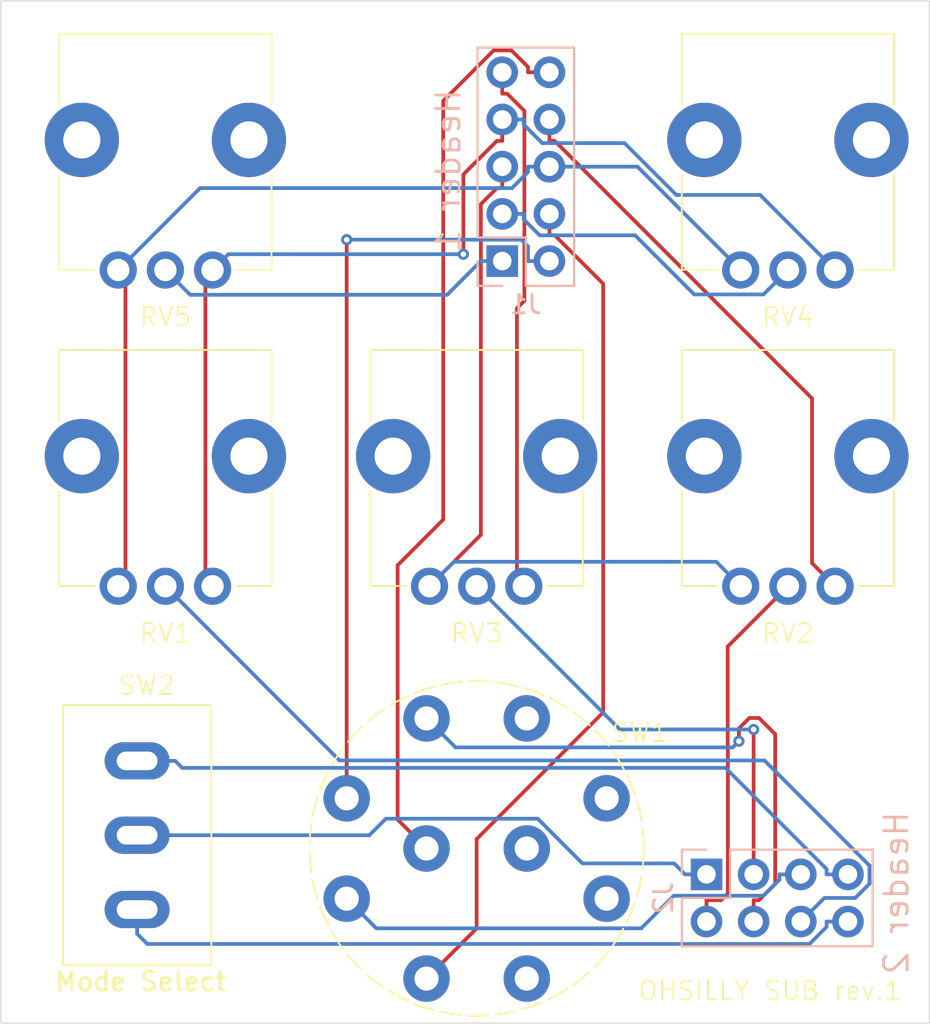
<source format=kicad_pcb>
(kicad_pcb (version 20241229) (generator "pcbnew") (generator_version "9.0")
  (layers (0 "F.Cu" signal) (2 "B.Cu" signal) (13 "F.Paste" user) (15 "B.Paste" user) (5 "F.SilkS" user "F.Silkscreen") (7 "B.SilkS" user "B.Silkscreen") (1 "F.Mask" user) (3 "B.Mask" user) (25 "Edge.Cuts" user))
  (net 0 "")
  (net 1 "+12V")
  (net 2 "-12V")
  (net 3 "GND")
  (net 4 "Soft Sync")
  (net 5 "Sync COM")
  (net 6 "PWM Offset")
  (net 7 "Hard Sync +")
  (net 8 "Hard Sync -")
  (net 9 "Hard Sync")
  (net 10 "FM CV Levelled")
  (net 11 "Mode LFO")
  (net 12 "PWM CV Hot")
  (net 13 "PWM CV Levelled")
  (net 14 "Mode VCO")
  (net 15 "FM CV Hot")
  (net 16 "Mode COM")
  (net 17 "Coarse Tuning")
  (net 18 "Fine Tuning")
  (footprint "cynthia:pot" (layer "F.Cu") (at 55.8212 25.7923)
    (property "Reference" "RV4" (at 0 9.525 0) (layer "F.SilkS") (effects (font (thickness 0.1))))
    (property "Value" "100k")
    (fp_line (start -5.715 -5.715) (end 5.715 -5.715) (stroke (width 0.1)) (layer "F.SilkS"))
    (fp_line (start -5.715 -1.905) (end -5.715 -5.715) (stroke (width 0.1)) (layer "F.SilkS"))
    (fp_line (start -5.715 6.985) (end -5.715 1.905) (stroke (width 0.1)) (layer "F.SilkS"))
    (fp_line (start -3.81 6.985) (end -5.715 6.985) (stroke (width 0.1)) (layer "F.SilkS"))
    (fp_line (start 5.715 -5.715) (end 5.715 -1.905) (stroke (width 0.1)) (layer "F.SilkS"))
    (fp_line (start 5.715 1.905) (end 5.715 6.985) (stroke (width 0.1)) (layer "F.SilkS"))
    (fp_line (start 5.715 6.985) (end 3.81 6.985) (stroke (width 0.1)) (layer "F.SilkS"))
    (pad "" np_thru_hole circle (at -4.5 0) (size 4 4) (drill 2) (layers "*.Cu" "*.Mask"))
    (pad "" np_thru_hole circle (at 4.5 0) (size 4 4) (drill 2) (layers "*.Cu" "*.Mask"))
    (pad "1" thru_hole circle (at -2.54 7) (size 2 2) (drill 1.2) (layers "*.Cu" "*.Mask") (net 2 "-12V"))
    (pad "2" thru_hole circle (at 0 7) (size 2 2) (drill 1.2) (layers "*.Cu" "*.Mask") (net 18 "Fine Tuning"))
    (pad "3" thru_hole circle (at 2.54 7) (size 2 2) (drill 1.2) (layers "*.Cu" "*.Mask") (net 1 "+12V"))
  )
  (footprint "cynthia:mini rotary switch" (layer "F.Cu") (at 39.0572 63.9223)
    (property "Reference" "SW1" (at 8.796 -6.238 0) (layer "F.SilkS") (effects (font (thickness 0.1))))
    (property "Value" "~")
    (property "Description" "" (at 12.352 -4.714 0) (layer "F.SilkS"))
    (fp_circle (center 0 0) (end 9 0) (stroke (width 0.1) (type dash)) (fill no) (layer "F.SilkS"))
    (pad "1" thru_hole circle (at -2.7 7 135) (size 2.5 2.5) (drill 1.3) (layers "*.Cu" "*.Mask") (net 7 "Hard Sync +"))
    (pad "2" thru_hole circle (at -7 2.7 135) (size 2.5 2.5) (drill 1.3) (layers "*.Cu" "*.Mask") (net 9 "Hard Sync"))
    (pad "3" thru_hole circle (at -7 -2.7 135) (size 2.5 2.5) (drill 1.3) (layers "*.Cu" "*.Mask") (net 8 "Hard Sync -"))
    (pad "4" thru_hole circle (at -2.7 -7 135) (size 2.5 2.5) (drill 1.3) (layers "*.Cu" "*.Mask") (net 4 "Soft Sync"))
    (pad "5" thru_hole circle (at 2.7 -7 135) (size 2.5 2.5) (drill 1.3) (layers "*.Cu" "*.Mask"))
    (pad "6" thru_hole circle (at 7 -2.7 135) (size 2.5 2.5) (drill 1.3) (layers "*.Cu" "*.Mask"))
    (pad "7" thru_hole circle (at 7 2.7 135) (size 2.5 2.5) (drill 1.3) (layers "*.Cu" "*.Mask"))
    (pad "8" thru_hole circle (at 2.7 7 135) (size 2.5 2.5) (drill 1.3) (layers "*.Cu" "*.Mask"))
    (pad "9" thru_hole circle (at -2.7 0 135) (size 2.5 2.5) (drill 1.3) (layers "*.Cu" "*.Mask") (net 5 "Sync COM"))
    (pad "10" thru_hole circle (at 2.7 0 135) (size 2.5 2.5) (drill 1.3) (layers "*.Cu" "*.Mask"))
  )
  (footprint "cynthia:pot" (layer "F.Cu") (at 22.2932 42.8103)
    (property "Reference" "RV1" (at 0 9.525 0) (layer "F.SilkS") (effects (font (thickness 0.1))))
    (property "Value" "250k")
    (fp_line (start -5.715 -5.715) (end 5.715 -5.715) (stroke (width 0.1)) (layer "F.SilkS"))
    (fp_line (start -5.715 -1.905) (end -5.715 -5.715) (stroke (width 0.1)) (layer "F.SilkS"))
    (fp_line (start -5.715 6.985) (end -5.715 1.905) (stroke (width 0.1)) (layer "F.SilkS"))
    (fp_line (start -3.81 6.985) (end -5.715 6.985) (stroke (width 0.1)) (layer "F.SilkS"))
    (fp_line (start 5.715 -5.715) (end 5.715 -1.905) (stroke (width 0.1)) (layer "F.SilkS"))
    (fp_line (start 5.715 1.905) (end 5.715 6.985) (stroke (width 0.1)) (layer "F.SilkS"))
    (fp_line (start 5.715 6.985) (end 3.81 6.985) (stroke (width 0.1)) (layer "F.SilkS"))
    (pad "" np_thru_hole circle (at -4.5 0) (size 4 4) (drill 2) (layers "*.Cu" "*.Mask"))
    (pad "" np_thru_hole circle (at 4.5 0) (size 4 4) (drill 2) (layers "*.Cu" "*.Mask"))
    (pad "1" thru_hole circle (at -2.54 7) (size 2 2) (drill 1.2) (layers "*.Cu" "*.Mask") (net 2 "-12V"))
    (pad "2" thru_hole circle (at 0 7) (size 2 2) (drill 1.2) (layers "*.Cu" "*.Mask") (net 6 "PWM Offset"))
    (pad "3" thru_hole circle (at 2.54 7) (size 2 2) (drill 1.2) (layers "*.Cu" "*.Mask") (net 1 "+12V"))
  )
  (footprint "cynthia:mini switch" (layer "F.Cu") (at 20.7692 63.2083 90)
    (property "Reference" "SW2" (at 8.064 0.508 0) (layer "F.SilkS") (effects (font (thickness 0.1))))
    (property "Value" "SW_SPDT")
    (property "Description" "Mode Select" (at -7.874 0.188 0) (layer "F.SilkS"))
    (fp_rect (start -7 -4) (end 7 4) (stroke (width 0.1)) (fill no) (layer "F.SilkS"))
    (pad "1" thru_hole oval (at -4 0 180) (size 3.5 2) (drill oval 2.2 1) (layers "*.Cu" "*.Mask") (net 11 "Mode LFO"))
    (pad "2" thru_hole oval (at 0 0 180) (size 3.5 2) (drill oval 2.2 1) (layers "*.Cu" "*.Mask") (net 16 "Mode COM"))
    (pad "3" thru_hole oval (at 4 0 180) (size 3.5 2) (drill oval 2.2 1) (layers "*.Cu" "*.Mask") (net 14 "Mode VCO"))
  )
  (footprint "cynthia:pot" (layer "F.Cu") (at 55.8212 42.8103)
    (property "Reference" "RV2" (at 0 9.525 0) (layer "F.SilkS") (effects (font (thickness 0.1))))
    (property "Value" "100k")
    (fp_line (start -5.715 -5.715) (end 5.715 -5.715) (stroke (width 0.1)) (layer "F.SilkS"))
    (fp_line (start -5.715 -1.905) (end -5.715 -5.715) (stroke (width 0.1)) (layer "F.SilkS"))
    (fp_line (start -5.715 6.985) (end -5.715 1.905) (stroke (width 0.1)) (layer "F.SilkS"))
    (fp_line (start -3.81 6.985) (end -5.715 6.985) (stroke (width 0.1)) (layer "F.SilkS"))
    (fp_line (start 5.715 -5.715) (end 5.715 -1.905) (stroke (width 0.1)) (layer "F.SilkS"))
    (fp_line (start 5.715 1.905) (end 5.715 6.985) (stroke (width 0.1)) (layer "F.SilkS"))
    (fp_line (start 5.715 6.985) (end 3.81 6.985) (stroke (width 0.1)) (layer "F.SilkS"))
    (pad "" np_thru_hole circle (at -4.5 0) (size 4 4) (drill 2) (layers "*.Cu" "*.Mask"))
    (pad "" np_thru_hole circle (at 4.5 0) (size 4 4) (drill 2) (layers "*.Cu" "*.Mask"))
    (pad "1" thru_hole circle (at -2.54 7) (size 2 2) (drill 1.2) (layers "*.Cu" "*.Mask") (net 3 "GND"))
    (pad "2" thru_hole circle (at 0 7) (size 2 2) (drill 1.2) (layers "*.Cu" "*.Mask") (net 10 "FM CV Levelled"))
    (pad "3" thru_hole circle (at 2.54 7) (size 2 2) (drill 1.2) (layers "*.Cu" "*.Mask") (net 15 "FM CV Hot"))
  )
  (footprint "cynthia:pot" (layer "F.Cu") (at 39.0572 42.8103)
    (property "Reference" "RV3" (at 0 9.525 0) (layer "F.SilkS") (effects (font (thickness 0.1))))
    (property "Value" "100k")
    (fp_line (start -5.715 -5.715) (end 5.715 -5.715) (stroke (width 0.1)) (layer "F.SilkS"))
    (fp_line (start -5.715 -1.905) (end -5.715 -5.715) (stroke (width 0.1)) (layer "F.SilkS"))
    (fp_line (start -5.715 6.985) (end -5.715 1.905) (stroke (width 0.1)) (layer "F.SilkS"))
    (fp_line (start -3.81 6.985) (end -5.715 6.985) (stroke (width 0.1)) (layer "F.SilkS"))
    (fp_line (start 5.715 -5.715) (end 5.715 -1.905) (stroke (width 0.1)) (layer "F.SilkS"))
    (fp_line (start 5.715 1.905) (end 5.715 6.985) (stroke (width 0.1)) (layer "F.SilkS"))
    (fp_line (start 5.715 6.985) (end 3.81 6.985) (stroke (width 0.1)) (layer "F.SilkS"))
    (pad "" np_thru_hole circle (at -4.5 0) (size 4 4) (drill 2) (layers "*.Cu" "*.Mask"))
    (pad "" np_thru_hole circle (at 4.5 0) (size 4 4) (drill 2) (layers "*.Cu" "*.Mask"))
    (pad "1" thru_hole circle (at -2.54 7) (size 2 2) (drill 1.2) (layers "*.Cu" "*.Mask") (net 3 "GND"))
    (pad "2" thru_hole circle (at 0 7) (size 2 2) (drill 1.2) (layers "*.Cu" "*.Mask") (net 13 "PWM CV Levelled"))
    (pad "3" thru_hole circle (at 2.54 7) (size 2 2) (drill 1.2) (layers "*.Cu" "*.Mask") (net 12 "PWM CV Hot"))
  )
  (footprint "cynthia:pot" (layer "F.Cu") (at 22.2932 25.7923)
    (property "Reference" "RV5" (at 0 9.525 0) (layer "F.SilkS") (effects (font (thickness 0.1))))
    (property "Value" "100k")
    (fp_line (start -5.715 -5.715) (end 5.715 -5.715) (stroke (width 0.1)) (layer "F.SilkS"))
    (fp_line (start -5.715 -1.905) (end -5.715 -5.715) (stroke (width 0.1)) (layer "F.SilkS"))
    (fp_line (start -5.715 6.985) (end -5.715 1.905) (stroke (width 0.1)) (layer "F.SilkS"))
    (fp_line (start -3.81 6.985) (end -5.715 6.985) (stroke (width 0.1)) (layer "F.SilkS"))
    (fp_line (start 5.715 -5.715) (end 5.715 -1.905) (stroke (width 0.1)) (layer "F.SilkS"))
    (fp_line (start 5.715 1.905) (end 5.715 6.985) (stroke (width 0.1)) (layer "F.SilkS"))
    (fp_line (start 5.715 6.985) (end 3.81 6.985) (stroke (width 0.1)) (layer "F.SilkS"))
    (pad "" np_thru_hole circle (at -4.5 0) (size 4 4) (drill 2) (layers "*.Cu" "*.Mask"))
    (pad "" np_thru_hole circle (at 4.5 0) (size 4 4) (drill 2) (layers "*.Cu" "*.Mask"))
    (pad "1" thru_hole circle (at -2.54 7) (size 2 2) (drill 1.2) (layers "*.Cu" "*.Mask") (net 2 "-12V"))
    (pad "2" thru_hole circle (at 0 7) (size 2 2) (drill 1.2) (layers "*.Cu" "*.Mask") (net 17 "Coarse Tuning"))
    (pad "3" thru_hole circle (at 2.54 7) (size 2 2) (drill 1.2) (layers "*.Cu" "*.Mask") (net 1 "+12V"))
  )
  (footprint "Connector_PinHeader_2.54mm:PinHeader_2x04_P2.54mm_Vertical" (layer "B.Cu") (at 51.4352 65.3143 -90)
    (property "Reference" "J2" (at 1.27 2.33 90) (layer "B.SilkS") (effects (justify mirror)))
    (property "Value" "Conn_02x04_Odd_Even" (hide yes))
    (property "Description" "Header 2" (at 1.006 -10.228 90) (layer "B.SilkS") (effects (font (size 1.27 1.27)) (justify mirror)))
    (fp_line (start -1.33 1.33) (end 0 1.33) (stroke (width 0.12)) (layer "B.SilkS"))
    (fp_line (start 1.27 1.33) (end 3.87 1.33) (stroke (width 0.12)) (layer "B.SilkS"))
    (fp_line (start 3.87 1.33) (end 3.87 -8.95) (stroke (width 0.12)) (layer "B.SilkS"))
    (fp_line (start -1.33 0) (end -1.33 1.33) (stroke (width 0.12)) (layer "B.SilkS"))
    (fp_line (start -1.33 -1.27) (end 1.27 -1.27) (stroke (width 0.12)) (layer "B.SilkS"))
    (fp_line (start -1.33 -1.27) (end -1.33 -8.95) (stroke (width 0.12)) (layer "B.SilkS"))
    (fp_line (start 1.27 -1.27) (end 1.27 1.33) (stroke (width 0.12)) (layer "B.SilkS"))
    (fp_line (start -1.33 -8.95) (end 3.87 -8.95) (stroke (width 0.12)) (layer "B.SilkS"))
    (pad "1" thru_hole rect (at 0 0 270) (size 1.7 1.7) (drill 1) (layers "*.Cu" "*.Mask") (net 16 "Mode COM"))
    (pad "2" thru_hole oval (at 2.54 0 270) (size 1.7 1.7) (drill 1) (layers "*.Cu" "*.Mask") (net 10 "FM CV Levelled"))
    (pad "3" thru_hole oval (at 0 -2.54 270) (size 1.7 1.7) (drill 1) (layers "*.Cu" "*.Mask") (net 13 "PWM CV Levelled"))
    (pad "4" thru_hole oval (at 2.54 -2.54 270) (size 1.7 1.7) (drill 1) (layers "*.Cu" "*.Mask") (net 4 "Soft Sync"))
    (pad "5" thru_hole oval (at 0 -5.08 270) (size 1.7 1.7) (drill 1) (layers "*.Cu" "*.Mask") (net 9 "Hard Sync"))
    (pad "6" thru_hole oval (at 2.54 -5.08 270) (size 1.7 1.7) (drill 1) (layers "*.Cu" "*.Mask") (net 6 "PWM Offset"))
    (pad "7" thru_hole oval (at 0 -7.62 270) (size 1.7 1.7) (drill 1) (layers "*.Cu" "*.Mask") (net 14 "Mode VCO"))
    (pad "8" thru_hole oval (at 2.54 -7.62 270) (size 1.7 1.7) (drill 1) (layers "*.Cu" "*.Mask") (net 11 "Mode LFO"))
  )
  (footprint "Connector_PinHeader_2.54mm:PinHeader_2x05_P2.54mm_Vertical" (layer "B.Cu") (at 40.4352 32.3143)
    (property "Reference" "J1" (at 1.27 2.33 0) (layer "B.SilkS") (effects (justify mirror)))
    (property "Value" "Conn_02x05_Odd_Even" (hide yes))
    (property "Description" "Header 1" (at -2.902 -4.856 90) (layer "B.SilkS") (effects (font (size 1.27 1.27)) (justify mirror)))
    (fp_line (start -1.33 -11.49) (end 3.87 -11.49) (stroke (width 0.12)) (layer "B.SilkS"))
    (fp_line (start -1.33 -1.27) (end -1.33 -11.49) (stroke (width 0.12)) (layer "B.SilkS"))
    (fp_line (start -1.33 -1.27) (end 1.27 -1.27) (stroke (width 0.12)) (layer "B.SilkS"))
    (fp_line (start -1.33 0) (end -1.33 1.33) (stroke (width 0.12)) (layer "B.SilkS"))
    (fp_line (start -1.33 1.33) (end 0 1.33) (stroke (width 0.12)) (layer "B.SilkS"))
    (fp_line (start 1.27 -1.27) (end 1.27 1.33) (stroke (width 0.12)) (layer "B.SilkS"))
    (fp_line (start 1.27 1.33) (end 3.87 1.33) (stroke (width 0.12)) (layer "B.SilkS"))
    (fp_line (start 3.87 1.33) (end 3.87 -11.49) (stroke (width 0.12)) (layer "B.SilkS"))
    (pad "1" thru_hole rect (at 0 0) (size 1.7 1.7) (drill 1) (layers "*.Cu" "*.Mask") (net 17 "Coarse Tuning"))
    (pad "2" thru_hole oval (at 2.54 0) (size 1.7 1.7) (drill 1) (layers "*.Cu" "*.Mask") (net 8 "Hard Sync -"))
    (pad "3" thru_hole oval (at 0 -2.54) (size 1.7 1.7) (drill 1) (layers "*.Cu" "*.Mask") (net 18 "Fine Tuning"))
    (pad "4" thru_hole oval (at 2.54 -2.54) (size 1.7 1.7) (drill 1) (layers "*.Cu" "*.Mask") (net 7 "Hard Sync +"))
    (pad "5" thru_hole oval (at 0 -5.08) (size 1.7 1.7) (drill 1) (layers "*.Cu" "*.Mask") (net 3 "GND"))
    (pad "6" thru_hole oval (at 2.54 -5.08) (size 1.7 1.7) (drill 1) (layers "*.Cu" "*.Mask") (net 2 "-12V"))
    (pad "7" thru_hole oval (at 0 -7.62) (size 1.7 1.7) (drill 1) (layers "*.Cu" "*.Mask") (net 1 "+12V"))
    (pad "8" thru_hole oval (at 2.54 -7.62) (size 1.7 1.7) (drill 1) (layers "*.Cu" "*.Mask") (net 15 "FM CV Hot"))
    (pad "9" thru_hole oval (at 0 -10.16) (size 1.7 1.7) (drill 1) (layers "*.Cu" "*.Mask") (net 12 "PWM CV Hot"))
    (pad "10" thru_hole oval (at 2.54 -10.16) (size 1.7 1.7) (drill 1) (layers "*.Cu" "*.Mask") (net 5 "Sync COM"))
  )
  (gr_rect (start 13.4352 18.3143) (end 63.4352 73.3143) (stroke (width 0.05)) (fill no) (layer "Edge.Cuts"))
  (gr_text "OHSILLY SUB rev.1" (at 47.6932 72.1623 0) (layer "F.SilkS") (effects (font (size 1 1) (thickness 0.1)) (justify left bottom)))
  (segment (start 24.4458 33.1797) (end 24.4458 49.4229) (width 0.2) (layer "F.Cu") (net 1))
  (segment (start 40.4352 24.6943) (end 40.4352 25.846) (width 0.2) (layer "F.Cu") (net 1))
  (segment (start 24.4458 49.4229) (end 24.8332 49.8103) (width 0.2) (layer "F.Cu") (net 1))
  (segment (start 40.1473 25.846) (end 38.3408 27.6525) (width 0.2) (layer "F.Cu") (net 1))
  (segment (start 38.3408 27.6525) (end 38.3408 31.9429) (width 0.2) (layer "F.Cu") (net 1))
  (segment (start 24.8332 32.7923) (end 24.4458 33.1797) (width 0.2) (layer "F.Cu") (net 1))
  (segment (start 40.4352 25.846) (end 40.1473 25.846) (width 0.2) (layer "F.Cu") (net 1))
  (via (at 38.3408 31.9429) (size 0.6) (drill 0.3) (layers "F.Cu" "B.Cu") (net 1))
  (segment (start 58.3612 32.7923) (end 54.3226 28.7537) (width 0.2) (layer "B.Cu") (net 1))
  (segment (start 42.5884 25.9643) (end 41.5869 24.9628) (width 0.2) (layer "B.Cu") (net 1))
  (segment (start 38.3408 31.9429) (end 25.6826 31.9429) (width 0.2) (layer "B.Cu") (net 1))
  (segment (start 54.3226 28.7537) (end 49.8089 28.7537) (width 0.2) (layer "B.Cu") (net 1))
  (segment (start 47.0195 25.9643) (end 42.5884 25.9643) (width 0.2) (layer "B.Cu") (net 1))
  (segment (start 40.4352 24.6943) (end 41.5869 24.6943) (width 0.2) (layer "B.Cu") (net 1))
  (segment (start 41.5869 24.9628) (end 41.5869 24.6943) (width 0.2) (layer "B.Cu") (net 1))
  (segment (start 49.8089 28.7537) (end 47.0195 25.9643) (width 0.2) (layer "B.Cu") (net 1))
  (segment (start 25.6826 31.9429) (end 24.8332 32.7923) (width 0.2) (layer "B.Cu") (net 1))
  (segment (start 20.1406 33.1797) (end 20.1406 49.4229) (width 0.2) (layer "F.Cu") (net 2))
  (segment (start 20.1406 49.4229) (end 19.7532 49.8103) (width 0.2) (layer "F.Cu") (net 2))
  (segment (start 19.7532 32.7923) (end 20.1406 33.1797) (width 0.2) (layer "F.Cu") (net 2))
  (segment (start 40.9598 28.386) (end 24.1595 28.386) (width 0.2) (layer "B.Cu") (net 2))
  (segment (start 47.7211 27.2343) (end 42.9752 27.2343) (width 0.2) (layer "B.Cu") (net 2))
  (segment (start 41.8235 27.2343) (end 41.8235 27.5223) (width 0.2) (layer "B.Cu") (net 2))
  (segment (start 53.2812 32.7923) (end 53.2791 32.7923) (width 0.2) (layer "B.Cu") (net 2))
  (segment (start 41.8235 27.5223) (end 40.9598 28.386) (width 0.2) (layer "B.Cu") (net 2))
  (segment (start 53.2791 32.7923) (end 47.7211 27.2343) (width 0.2) (layer "B.Cu") (net 2))
  (segment (start 42.9752 27.2343) (end 41.8235 27.2343) (width 0.2) (layer "B.Cu") (net 2))
  (segment (start 24.1595 28.386) (end 19.7532 32.7923) (width 0.2) (layer "B.Cu") (net 2))
  (segment (start 40.1472 28.386) (end 39.2835 29.2497) (width 0.2) (layer "F.Cu") (net 3))
  (segment (start 40.4352 27.2343) (end 40.4352 28.386) (width 0.2) (layer "F.Cu") (net 3))
  (segment (start 40.4352 28.386) (end 40.1472 28.386) (width 0.2) (layer "F.Cu") (net 3))
  (segment (start 39.2835 47.044) (end 36.5172 49.8103) (width 0.2) (layer "F.Cu") (net 3))
  (segment (start 39.2835 29.2497) (end 39.2835 47.044) (width 0.2) (layer "F.Cu") (net 3))
  (segment (start 36.5172 49.8103) (end 37.8323 48.4952) (width 0.2) (layer "B.Cu") (net 3))
  (segment (start 37.8323 48.4952) (end 51.9661 48.4952) (width 0.2) (layer "B.Cu") (net 3))
  (segment (start 51.9661 48.4952) (end 53.2812 49.8103) (width 0.2) (layer "B.Cu") (net 3))
  (segment (start 54.2631 66.7026) (end 55.1358 65.8299) (width 0.2) (layer "F.Cu") (net 4))
  (segment (start 53.9752 66.7026) (end 54.2631 66.7026) (width 0.2) (layer "F.Cu") (net 4))
  (segment (start 55.1358 65.8299) (end 55.1358 57.7715) (width 0.2) (layer "F.Cu") (net 4))
  (segment (start 55.1358 57.7715) (end 54.2643 56.9) (width 0.2) (layer "F.Cu") (net 4))
  (segment (start 53.9752 67.8543) (end 53.9752 66.7026) (width 0.2) (layer "F.Cu") (net 4))
  (segment (start 53.7422 56.9) (end 53.1811 57.4611) (width 0.2) (layer "F.Cu") (net 4))
  (segment (start 54.2643 56.9) (end 53.7422 56.9) (width 0.2) (layer "F.Cu") (net 4))
  (segment (start 53.1811 57.4611) (end 53.1811 58.1488) (width 0.2) (layer "F.Cu") (net 4))
  (via (at 53.1811 58.1488) (size 0.6) (drill 0.3) (layers "F.Cu" "B.Cu") (net 4))
  (segment (start 52.8483 58.4816) (end 37.9165 58.4816) (width 0.2) (layer "B.Cu") (net 4))
  (segment (start 37.9165 58.4816) (end 36.3572 56.9223) (width 0.2) (layer "B.Cu") (net 4))
  (segment (start 53.1811 58.1488) (end 52.8483 58.4816) (width 0.2) (layer "B.Cu") (net 4))
  (segment (start 41.8235 22.1543) (end 41.8235 21.8664) (width 0.2) (layer "F.Cu") (net 5))
  (segment (start 34.8021 48.68) (end 34.8021 62.3672) (width 0.2) (layer "F.Cu") (net 5))
  (segment (start 40.9356 20.9785) (end 39.972 20.9785) (width 0.2) (layer "F.Cu") (net 5))
  (segment (start 37.2553 46.2268) (end 34.8021 48.68) (width 0.2) (layer "F.Cu") (net 5))
  (segment (start 41.8235 21.8664) (end 40.9356 20.9785) (width 0.2) (layer "F.Cu") (net 5))
  (segment (start 42.9752 22.1543) (end 41.8235 22.1543) (width 0.2) (layer "F.Cu") (net 5))
  (segment (start 37.2553 23.6952) (end 37.2553 46.2268) (width 0.2) (layer "F.Cu") (net 5))
  (segment (start 34.8021 62.3672) (end 36.3572 63.9223) (width 0.2) (layer "F.Cu") (net 5))
  (segment (start 39.972 20.9785) (end 37.2553 23.6952) (width 0.2) (layer "F.Cu") (net 5))
  (segment (start 22.2932 49.8103) (end 31.6664 59.1835) (width 0.2) (layer "B.Cu") (net 6))
  (segment (start 31.6664 59.1835) (end 54.5566 59.1835) (width 0.2) (layer "B.Cu") (net 6))
  (segment (start 60.2122 64.8391) (end 60.2122 65.8199) (width 0.2) (layer "B.Cu") (net 6))
  (segment (start 60.2122 65.8199) (end 59.4478 66.5843) (width 0.2) (layer "B.Cu") (net 6))
  (segment (start 57.7852 66.5843) (end 56.5152 67.8543) (width 0.2) (layer "B.Cu") (net 6))
  (segment (start 54.5566 59.1835) (end 60.2122 64.8391) (width 0.2) (layer "B.Cu") (net 6))
  (segment (start 59.4478 66.5843) (end 57.7852 66.5843) (width 0.2) (layer "B.Cu") (net 6))
  (segment (start 39.0573 63.4145) (end 39.0573 68.2222) (width 0.2) (layer "F.Cu") (net 7))
  (segment (start 43.2631 30.926) (end 45.8726 33.5355) (width 0.2) (layer "F.Cu") (net 7))
  (segment (start 45.8726 56.5992) (end 39.0573 63.4145) (width 0.2) (layer "F.Cu") (net 7))
  (segment (start 45.8726 33.5355) (end 45.8726 56.5992) (width 0.2) (layer "F.Cu") (net 7))
  (segment (start 39.0573 68.2222) (end 36.3572 70.9223) (width 0.2) (layer "F.Cu") (net 7))
  (segment (start 42.9752 30.926) (end 43.2631 30.926) (width 0.2) (layer "F.Cu") (net 7))
  (segment (start 42.9752 29.7743) (end 42.9752 30.926) (width 0.2) (layer "F.Cu") (net 7))
  (segment (start 32.0572 61.2223) (end 32.0572 31.1626) (width 0.2) (layer "F.Cu") (net 8))
  (via (at 32.0572 31.1626) (size 0.6) (drill 0.3) (layers "F.Cu" "B.Cu") (net 8))
  (segment (start 41.8235 32.3143) (end 41.8235 31.5225) (width 0.2) (layer "B.Cu") (net 8))
  (segment (start 42.9752 32.3143) (end 41.8235 32.3143) (width 0.2) (layer "B.Cu") (net 8))
  (segment (start 41.4636 31.1626) (end 32.0572 31.1626) (width 0.2) (layer "B.Cu") (net 8))
  (segment (start 41.8235 31.5225) (end 41.4636 31.1626) (width 0.2) (layer "B.Cu") (net 8))
  (segment (start 47.9217 68.2172) (end 33.6521 68.2172) (width 0.2) (layer "B.Cu") (net 9))
  (segment (start 55.3635 65.6023) (end 54.4998 66.466) (width 0.2) (layer "B.Cu") (net 9))
  (segment (start 54.4998 66.466) (end 49.6729 66.466) (width 0.2) (layer "B.Cu") (net 9))
  (segment (start 56.5152 65.3143) (end 55.3635 65.3143) (width 0.2) (layer "B.Cu") (net 9))
  (segment (start 49.6729 66.466) (end 47.9217 68.2172) (width 0.2) (layer "B.Cu") (net 9))
  (segment (start 55.3635 65.3143) (end 55.3635 65.6023) (width 0.2) (layer "B.Cu") (net 9))
  (segment (start 33.6521 68.2172) (end 32.0572 66.6223) (width 0.2) (layer "B.Cu") (net 9))
  (segment (start 52.5794 58.3979) (end 52.5869 58.4054) (width 0.2) (layer "F.Cu") (net 10))
  (segment (start 55.8212 49.8103) (end 52.5794 53.0521) (width 0.2) (layer "F.Cu") (net 10))
  (segment (start 52.227 66.7026) (end 51.4352 66.7026) (width 0.2) (layer "F.Cu") (net 10))
  (segment (start 51.4352 67.8543) (end 51.4352 66.7026) (width 0.2) (layer "F.Cu") (net 10))
  (segment (start 52.5794 53.0521) (end 52.5794 58.3979) (width 0.2) (layer "F.Cu") (net 10))
  (segment (start 52.5869 58.4054) (end 52.5869 66.3427) (width 0.2) (layer "F.Cu") (net 10))
  (segment (start 52.5869 66.3427) (end 52.227 66.7026) (width 0.2) (layer "F.Cu") (net 10))
  (segment (start 57.9035 68.1422) (end 56.9868 69.0589) (width 0.2) (layer "B.Cu") (net 11))
  (segment (start 57.9035 67.8543) (end 57.9035 68.1422) (width 0.2) (layer "B.Cu") (net 11))
  (segment (start 20.7692 67.2083) (end 20.7692 68.51) (width 0.2) (layer "B.Cu") (net 11))
  (segment (start 21.3181 69.0589) (end 20.7692 68.51) (width 0.2) (layer "B.Cu") (net 11))
  (segment (start 59.0552 67.8543) (end 57.9035 67.8543) (width 0.2) (layer "B.Cu") (net 11))
  (segment (start 56.9868 69.0589) (end 21.3181 69.0589) (width 0.2) (layer "B.Cu") (net 11))
  (segment (start 40.4352 22.1543) (end 40.4352 23.306) (width 0.2) (layer "F.Cu") (net 12))
  (segment (start 41.6268 34.4525) (end 41.6268 24.2291) (width 0.2) (layer "F.Cu") (net 12))
  (segment (start 41.2258 49.4389) (end 41.2258 34.8535) (width 0.2) (layer "F.Cu") (net 12))
  (segment (start 41.2258 34.8535) (end 41.6268 34.4525) (width 0.2) (layer "F.Cu") (net 12))
  (segment (start 41.5972 49.8103) (end 41.2258 49.4389) (width 0.2) (layer "F.Cu") (net 12))
  (segment (start 40.7037 23.306) (end 40.4352 23.306) (width 0.2) (layer "F.Cu") (net 12))
  (segment (start 41.6268 24.2291) (end 40.7037 23.306) (width 0.2) (layer "F.Cu") (net 12))
  (segment (start 53.9752 65.3143) (end 53.9752 57.5181) (width 0.2) (layer "F.Cu") (net 13))
  (via (at 53.9752 57.5181) (size 0.6) (drill 0.3) (layers "F.Cu" "B.Cu") (net 13))
  (segment (start 39.0572 49.8103) (end 46.765 57.5181) (width 0.2) (layer "B.Cu") (net 13))
  (segment (start 46.765 57.5181) (end 53.9752 57.5181) (width 0.2) (layer "B.Cu") (net 13))
  (segment (start 22.8209 59.2083) (end 23.1978 59.5852) (width 0.2) (layer "B.Cu") (net 14))
  (segment (start 57.9035 65.0283) (end 57.9035 65.3143) (width 0.2) (layer "B.Cu") (net 14))
  (segment (start 59.0552 65.3143) (end 57.9035 65.3143) (width 0.2) (layer "B.Cu") (net 14))
  (segment (start 20.7692 59.2083) (end 22.8209 59.2083) (width 0.2) (layer "B.Cu") (net 14))
  (segment (start 23.1978 59.5852) (end 52.4604 59.5852) (width 0.2) (layer "B.Cu") (net 14))
  (segment (start 52.4604 59.5852) (end 57.9035 65.0283) (width 0.2) (layer "B.Cu") (net 14))
  (segment (start 42.9752 25.846) (end 43.2631 25.846) (width 0.2) (layer "F.Cu") (net 15))
  (segment (start 42.9752 24.6943) (end 42.9752 25.846) (width 0.2) (layer "F.Cu") (net 15))
  (segment (start 57.1214 39.7043) (end 57.1214 48.5705) (width 0.2) (layer "F.Cu") (net 15))
  (segment (start 57.1214 48.5705) (end 58.3612 49.8103) (width 0.2) (layer "F.Cu") (net 15))
  (segment (start 43.2631 25.846) (end 57.1214 39.7043) (width 0.2) (layer "F.Cu") (net 15))
  (segment (start 49.6952 64.726) (end 44.7554 64.726) (width 0.2) (layer "B.Cu") (net 16))
  (segment (start 34.166 62.3213) (end 33.279 63.2083) (width 0.2) (layer "B.Cu") (net 16))
  (segment (start 50.2835 65.3143) (end 49.6952 64.726) (width 0.2) (layer "B.Cu") (net 16))
  (segment (start 44.7554 64.726) (end 42.3507 62.3213) (width 0.2) (layer "B.Cu") (net 16))
  (segment (start 33.279 63.2083) (end 20.7692 63.2083) (width 0.2) (layer "B.Cu") (net 16))
  (segment (start 42.3507 62.3213) (end 34.166 62.3213) (width 0.2) (layer "B.Cu") (net 16))
  (segment (start 51.4352 65.3143) (end 50.2835 65.3143) (width 0.2) (layer "B.Cu") (net 16))
  (segment (start 23.6285 34.1276) (end 22.2932 32.7923) (width 0.2) (layer "B.Cu") (net 17))
  (segment (start 40.4352 32.3143) (end 39.2835 32.3143) (width 0.2) (layer "B.Cu") (net 17))
  (segment (start 37.4702 34.1276) (end 23.6285 34.1276) (width 0.2) (layer "B.Cu") (net 17))
  (segment (start 39.2835 32.3143) (end 37.4702 34.1276) (width 0.2) (layer "B.Cu") (net 17))
  (segment (start 41.5869 29.7743) (end 41.5869 30.0623) (width 0.2) (layer "B.Cu") (net 18))
  (segment (start 42.4506 30.926) (end 47.5911 30.926) (width 0.2) (layer "B.Cu") (net 18))
  (segment (start 47.5911 30.926) (end 50.7743 34.1092) (width 0.2) (layer "B.Cu") (net 18))
  (segment (start 54.5043 34.1092) (end 55.8212 32.7923) (width 0.2) (layer "B.Cu") (net 18))
  (segment (start 50.7743 34.1092) (end 54.5043 34.1092) (width 0.2) (layer "B.Cu") (net 18))
  (segment (start 40.4352 29.7743) (end 41.5869 29.7743) (width 0.2) (layer "B.Cu") (net 18))
  (segment (start 41.5869 30.0623) (end 42.4506 30.926) (width 0.2) (layer "B.Cu") (net 18))
)
</source>
